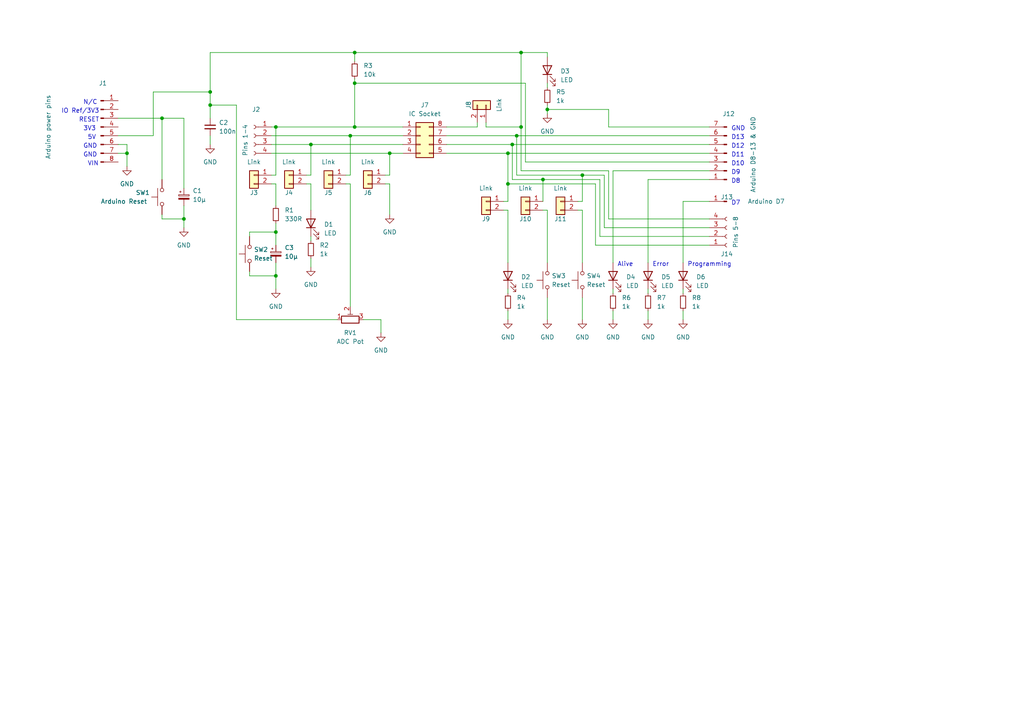
<source format=kicad_sch>
(kicad_sch (version 20211123) (generator eeschema)
  (paper "A4")
  (lib_symbols
    (symbol "Connector:Conn_01x01_Male" (pin_names (offset 1.016) hide)
      (property "Reference" "J" (at 0 2.54 0))
      (property "Value" "Conn_01x01_Male" (at 0 -2.54 0))
      (symbol "Conn_01x01_Male_1_1"
        (polyline (pts (xy 1.27 0) (xy 0.8636 0)) (stroke (width 0.1524)))
        (rectangle (start 0.8636 0.127) (end 0 -0.127) (stroke (width 0.1524)) (fill (type outline)))
        (pin passive line (at 5.08 0 180) (length 3.81) (name "Pin_1") (number "1"))
      )
    )
    (symbol "Connector:Conn_01x04_Female" (pin_names (offset 1.016) hide)
      (property "Reference" "J" (at 0 5.08 0))
      (property "Value" "Conn_01x04_Female" (at 0 -7.62 0))
      (symbol "Conn_01x04_Female_1_1"
        (arc (start 0 -4.572) (mid -0.508 -5.08) (end 0 -5.588) (stroke (width 0.1524)))
        (arc (start 0 -2.032) (mid -0.508 -2.54) (end 0 -3.048) (stroke (width 0.1524)))
        (polyline (pts (xy -1.27 -5.08) (xy -0.508 -5.08)) (stroke (width 0.1524)))
        (polyline (pts (xy -1.27 -2.54) (xy -0.508 -2.54)) (stroke (width 0.1524)))
        (polyline (pts (xy -1.27 0) (xy -0.508 0)) (stroke (width 0.1524)))
        (polyline (pts (xy -1.27 2.54) (xy -0.508 2.54)) (stroke (width 0.1524)))
        (arc (start 0 0.508) (mid -0.508 0) (end 0 -0.508) (stroke (width 0.1524)))
        (arc (start 0 3.048) (mid -0.508 2.54) (end 0 2.032) (stroke (width 0.1524)))
        (pin passive line (at -5.08 2.54 0) (length 3.81) (name "Pin_1") (number "1"))
        (pin passive line (at -5.08 0 0) (length 3.81) (name "Pin_2") (number "2"))
        (pin passive line (at -5.08 -2.54 0) (length 3.81) (name "Pin_3") (number "3"))
        (pin passive line (at -5.08 -5.08 0) (length 3.81) (name "Pin_4") (number "4"))
      )
    )
    (symbol "Connector:Conn_01x07_Male" (pin_names (offset 1.016) hide)
      (property "Reference" "J" (at 0 10.16 0))
      (property "Value" "Conn_01x07_Male" (at 0 -10.16 0))
      (symbol "Conn_01x07_Male_1_1"
        (polyline (pts (xy 1.27 -7.62) (xy 0.8636 -7.62)) (stroke (width 0.1524)))
        (polyline (pts (xy 1.27 -5.08) (xy 0.8636 -5.08)) (stroke (width 0.1524)))
        (polyline (pts (xy 1.27 -2.54) (xy 0.8636 -2.54)) (stroke (width 0.1524)))
        (polyline (pts (xy 1.27 0) (xy 0.8636 0)) (stroke (width 0.1524)))
        (polyline (pts (xy 1.27 2.54) (xy 0.8636 2.54)) (stroke (width 0.1524)))
        (polyline (pts (xy 1.27 5.08) (xy 0.8636 5.08)) (stroke (width 0.1524)))
        (polyline (pts (xy 1.27 7.62) (xy 0.8636 7.62)) (stroke (width 0.1524)))
        (rectangle (start 0.8636 -7.493) (end 0 -7.747) (stroke (width 0.1524)) (fill (type outline)))
        (rectangle (start 0.8636 -4.953) (end 0 -5.207) (stroke (width 0.1524)) (fill (type outline)))
        (rectangle (start 0.8636 -2.413) (end 0 -2.667) (stroke (width 0.1524)) (fill (type outline)))
        (rectangle (start 0.8636 0.127) (end 0 -0.127) (stroke (width 0.1524)) (fill (type outline)))
        (rectangle (start 0.8636 2.667) (end 0 2.413) (stroke (width 0.1524)) (fill (type outline)))
        (rectangle (start 0.8636 5.207) (end 0 4.953) (stroke (width 0.1524)) (fill (type outline)))
        (rectangle (start 0.8636 7.747) (end 0 7.493) (stroke (width 0.1524)) (fill (type outline)))
        (pin passive line (at 5.08 7.62 180) (length 3.81) (name "Pin_1") (number "1"))
        (pin passive line (at 5.08 5.08 180) (length 3.81) (name "Pin_2") (number "2"))
        (pin passive line (at 5.08 2.54 180) (length 3.81) (name "Pin_3") (number "3"))
        (pin passive line (at 5.08 0 180) (length 3.81) (name "Pin_4") (number "4"))
        (pin passive line (at 5.08 -2.54 180) (length 3.81) (name "Pin_5") (number "5"))
        (pin passive line (at 5.08 -5.08 180) (length 3.81) (name "Pin_6") (number "6"))
        (pin passive line (at 5.08 -7.62 180) (length 3.81) (name "Pin_7") (number "7"))
      )
    )
    (symbol "Connector:Conn_01x08_Male" (pin_names (offset 1.016) hide)
      (property "Reference" "J" (at 0 10.16 0))
      (property "Value" "Conn_01x08_Male" (at 0 -12.7 0))
      (symbol "Conn_01x08_Male_1_1"
        (polyline (pts (xy 1.27 -10.16) (xy 0.8636 -10.16)) (stroke (width 0.1524)))
        (polyline (pts (xy 1.27 -7.62) (xy 0.8636 -7.62)) (stroke (width 0.1524)))
        (polyline (pts (xy 1.27 -5.08) (xy 0.8636 -5.08)) (stroke (width 0.1524)))
        (polyline (pts (xy 1.27 -2.54) (xy 0.8636 -2.54)) (stroke (width 0.1524)))
        (polyline (pts (xy 1.27 0) (xy 0.8636 0)) (stroke (width 0.1524)))
        (polyline (pts (xy 1.27 2.54) (xy 0.8636 2.54)) (stroke (width 0.1524)))
        (polyline (pts (xy 1.27 5.08) (xy 0.8636 5.08)) (stroke (width 0.1524)))
        (polyline (pts (xy 1.27 7.62) (xy 0.8636 7.62)) (stroke (width 0.1524)))
        (rectangle (start 0.8636 -10.033) (end 0 -10.287) (stroke (width 0.1524)) (fill (type outline)))
        (rectangle (start 0.8636 -7.493) (end 0 -7.747) (stroke (width 0.1524)) (fill (type outline)))
        (rectangle (start 0.8636 -4.953) (end 0 -5.207) (stroke (width 0.1524)) (fill (type outline)))
        (rectangle (start 0.8636 -2.413) (end 0 -2.667) (stroke (width 0.1524)) (fill (type outline)))
        (rectangle (start 0.8636 0.127) (end 0 -0.127) (stroke (width 0.1524)) (fill (type outline)))
        (rectangle (start 0.8636 2.667) (end 0 2.413) (stroke (width 0.1524)) (fill (type outline)))
        (rectangle (start 0.8636 5.207) (end 0 4.953) (stroke (width 0.1524)) (fill (type outline)))
        (rectangle (start 0.8636 7.747) (end 0 7.493) (stroke (width 0.1524)) (fill (type outline)))
        (pin passive line (at 5.08 7.62 180) (length 3.81) (name "Pin_1") (number "1"))
        (pin passive line (at 5.08 5.08 180) (length 3.81) (name "Pin_2") (number "2"))
        (pin passive line (at 5.08 2.54 180) (length 3.81) (name "Pin_3") (number "3"))
        (pin passive line (at 5.08 0 180) (length 3.81) (name "Pin_4") (number "4"))
        (pin passive line (at 5.08 -2.54 180) (length 3.81) (name "Pin_5") (number "5"))
        (pin passive line (at 5.08 -5.08 180) (length 3.81) (name "Pin_6") (number "6"))
        (pin passive line (at 5.08 -7.62 180) (length 3.81) (name "Pin_7") (number "7"))
        (pin passive line (at 5.08 -10.16 180) (length 3.81) (name "Pin_8") (number "8"))
      )
    )
    (symbol "Connector_Generic:Conn_01x02" (pin_names (offset 1.016) hide)
      (property "Reference" "J" (at 0 2.54 0))
      (property "Value" "Conn_01x02" (at 0 -5.08 0))
      (symbol "Conn_01x02_1_1"
        (rectangle (start -1.27 -2.413) (end 0 -2.667) (stroke (width 0.1524)))
        (rectangle (start -1.27 0.127) (end 0 -0.127) (stroke (width 0.1524)))
        (rectangle (start -1.27 1.27) (end 1.27 -3.81) (stroke (width 0.254)) (fill (type background)))
        (pin passive line (at -5.08 0 0) (length 3.81) (name "Pin_1") (number "1"))
        (pin passive line (at -5.08 -2.54 0) (length 3.81) (name "Pin_2") (number "2"))
      )
    )
    (symbol "Connector_Generic:Conn_02x04_Counter_Clockwise" (pin_names (offset 1.016) hide)
      (property "Reference" "J" (at 1.27 5.08 0))
      (property "Value" "Conn_02x04_Counter_Clockwise" (at 1.27 -7.62 0))
      (symbol "Conn_02x04_Counter_Clockwise_1_1"
        (rectangle (start -1.27 -4.953) (end 0 -5.207) (stroke (width 0.1524)))
        (rectangle (start -1.27 -2.413) (end 0 -2.667) (stroke (width 0.1524)))
        (rectangle (start -1.27 0.127) (end 0 -0.127) (stroke (width 0.1524)))
        (rectangle (start -1.27 2.667) (end 0 2.413) (stroke (width 0.1524)))
        (rectangle (start -1.27 3.81) (end 3.81 -6.35) (stroke (width 0.254)) (fill (type background)))
        (rectangle (start 3.81 -4.953) (end 2.54 -5.207) (stroke (width 0.1524)))
        (rectangle (start 3.81 -2.413) (end 2.54 -2.667) (stroke (width 0.1524)))
        (rectangle (start 3.81 0.127) (end 2.54 -0.127) (stroke (width 0.1524)))
        (rectangle (start 3.81 2.667) (end 2.54 2.413) (stroke (width 0.1524)))
        (pin passive line (at -5.08 2.54 0) (length 3.81) (name "Pin_1") (number "1"))
        (pin passive line (at -5.08 0 0) (length 3.81) (name "Pin_2") (number "2"))
        (pin passive line (at -5.08 -2.54 0) (length 3.81) (name "Pin_3") (number "3"))
        (pin passive line (at -5.08 -5.08 0) (length 3.81) (name "Pin_4") (number "4"))
        (pin passive line (at 7.62 -5.08 180) (length 3.81) (name "Pin_5") (number "5"))
        (pin passive line (at 7.62 -2.54 180) (length 3.81) (name "Pin_6") (number "6"))
        (pin passive line (at 7.62 0 180) (length 3.81) (name "Pin_7") (number "7"))
        (pin passive line (at 7.62 2.54 180) (length 3.81) (name "Pin_8") (number "8"))
      )
    )
    (symbol "Device:C_Polarized_Small" (pin_numbers hide) (pin_names (offset 0.254) hide)
      (property "Reference" "C" (at 0.254 1.778 0))
      (property "Value" "C_Polarized_Small" (at 0.254 -2.032 0))
      (symbol "C_Polarized_Small_0_1"
        (rectangle (start -1.524 -0.3048) (end 1.524 -0.6858) (fill (type outline)))
        (rectangle (start -1.524 0.6858) (end 1.524 0.3048))
        (polyline (pts (xy -1.27 1.524) (xy -0.762 1.524)))
        (polyline (pts (xy -1.016 1.27) (xy -1.016 1.778)))
      )
      (symbol "C_Polarized_Small_1_1"
        (pin passive line (at 0 2.54 270) (length 1.8542) (name "~") (number "1"))
        (pin passive line (at 0 -2.54 90) (length 1.8542) (name "~") (number "2"))
      )
    )
    (symbol "Device:C_Small" (pin_numbers hide) (pin_names (offset 0.254) hide)
      (property "Reference" "C" (at 0.254 1.778 0))
      (property "Value" "C_Small" (at 0.254 -2.032 0))
      (symbol "C_Small_0_1"
        (polyline (pts (xy -1.524 -0.508) (xy 1.524 -0.508)) (stroke (width 0.3302)))
        (polyline (pts (xy -1.524 0.508) (xy 1.524 0.508)) (stroke (width 0.3048)))
      )
      (symbol "C_Small_1_1"
        (pin passive line (at 0 2.54 270) (length 2.032) (name "~") (number "1"))
        (pin passive line (at 0 -2.54 90) (length 2.032) (name "~") (number "2"))
      )
    )
    (symbol "Device:LED" (pin_numbers hide) (pin_names (offset 1.016) hide)
      (property "Reference" "D" (at 0 2.54 0))
      (property "Value" "LED" (at 0 -2.54 0))
      (symbol "LED_0_1"
        (polyline (pts (xy -1.27 -1.27) (xy -1.27 1.27)) (stroke (width 0.254)))
        (polyline (pts (xy -1.27 0) (xy 1.27 0)))
        (polyline (pts (xy 1.27 -1.27) (xy 1.27 1.27) (xy -1.27 0) (xy 1.27 -1.27)) (stroke (width 0.254)))
        (polyline (pts (xy -3.048 -0.762) (xy -4.572 -2.286) (xy -3.81 -2.286) (xy -4.572 -2.286) (xy -4.572 -1.524)))
        (polyline (pts (xy -1.778 -0.762) (xy -3.302 -2.286) (xy -2.54 -2.286) (xy -3.302 -2.286) (xy -3.302 -1.524)))
      )
      (symbol "LED_1_1"
        (pin passive line (at -3.81 0 0) (length 2.54) (name "K") (number "1"))
        (pin passive line (at 3.81 0 180) (length 2.54) (name "A") (number "2"))
      )
    )
    (symbol "Device:R_Potentiometer_Trim" (pin_names (offset 1.016) hide)
      (property "Reference" "RV" (at -4.445 0 90))
      (property "Value" "R_Potentiometer_Trim" (at -2.54 0 90))
      (symbol "R_Potentiometer_Trim_0_1"
        (polyline (pts (xy 1.524 0.762) (xy 1.524 -0.762)))
        (polyline (pts (xy 2.54 0) (xy 1.524 0)))
        (rectangle (start 1.016 2.54) (end -1.016 -2.54) (stroke (width 0.254)))
      )
      (symbol "R_Potentiometer_Trim_1_1"
        (pin passive line (at 0 3.81 270) (length 1.27) (name "1") (number "1"))
        (pin passive line (at 3.81 0 180) (length 1.27) (name "2") (number "2"))
        (pin passive line (at 0 -3.81 90) (length 1.27) (name "3") (number "3"))
      )
    )
    (symbol "Device:R_Small" (pin_numbers hide) (pin_names (offset 0.254) hide)
      (property "Reference" "R" (at 0.762 0.508 0))
      (property "Value" "R_Small" (at 0.762 -1.016 0))
      (symbol "R_Small_0_1"
        (rectangle (start -0.762 1.778) (end 0.762 -1.778) (stroke (width 0.2032)))
      )
      (symbol "R_Small_1_1"
        (pin passive line (at 0 2.54 270) (length 0.762) (name "~") (number "1"))
        (pin passive line (at 0 -2.54 90) (length 0.762) (name "~") (number "2"))
      )
    )
    (symbol "Switch:SW_Push" (pin_numbers hide) (pin_names (offset 1.016) hide)
      (property "Reference" "SW" (at 1.27 2.54 0))
      (property "Value" "SW_Push" (at 0 -1.524 0))
      (symbol "SW_Push_0_1"
        (circle (center -2.032 0) (radius 0.508))
        (polyline (pts (xy 0 1.27) (xy 0 3.048)))
        (polyline (pts (xy 2.54 1.27) (xy -2.54 1.27)))
        (circle (center 2.032 0) (radius 0.508))
        (pin passive line (at -5.08 0 0) (length 2.54) (name "1") (number "1"))
        (pin passive line (at 5.08 0 180) (length 2.54) (name "2") (number "2"))
      )
    )
    (symbol "power:GND" (power) (pin_names (offset 0))
      (property "Value" "GND" (at 0 -3.81 0))
      (symbol "GND_0_1"
        (polyline (pts (xy 0 0) (xy 0 -1.27) (xy 1.27 -1.27) (xy 0 -2.54) (xy -1.27 -1.27) (xy 0 -1.27)))
      )
      (symbol "GND_1_1"
        (pin power_in line (at 0 0 270) (length 0) hide (name "GND") (number "1"))
      )
    )
  )
  (junction (at 151.13 36.83))
  (junction (at 102.87 24.13))
  (junction (at 148.59 41.91))
  (junction (at 102.87 36.83))
  (junction (at 149.86 39.37))
  (junction (at 158.75 31.75))
  (junction (at 147.32 53.34))
  (junction (at 80.01 80.01))
  (junction (at 60.96 26.67))
  (junction (at 113.03 44.45))
  (junction (at 90.17 41.91))
  (junction (at 147.32 44.45))
  (junction (at 80.01 36.83))
  (junction (at 46.99 34.29))
  (junction (at 53.34 63.5))
  (junction (at 80.01 67.31))
  (junction (at 151.13 15.24))
  (junction (at 157.48 52.07))
  (junction (at 101.6 39.37))
  (junction (at 168.91 50.8))
  (junction (at 102.87 15.24))
  (junction (at 60.96 30.48))
  (junction (at 36.83 44.45))
  (wire (pts (xy 102.87 15.24) (xy 102.87 17.78)))
  (wire (pts (xy 151.13 15.24) (xy 151.13 36.83)))
  (wire (pts (xy 148.59 41.91) (xy 148.59 52.07)))
  (wire (pts (xy 60.96 15.24) (xy 60.96 26.67)))
  (wire (pts (xy 53.34 59.69) (xy 53.34 63.5)))
  (wire (pts (xy 151.13 49.53) (xy 176.53 49.53)))
  (wire (pts (xy 149.86 50.8) (xy 149.86 39.37)))
  (wire (pts (xy 102.87 24.13) (xy 152.4 24.13)))
  (wire (pts (xy 205.74 58.42) (xy 198.12 58.42)))
  (wire (pts (xy 68.58 30.48) (xy 60.96 30.48)))
  (wire (pts (xy 101.6 53.34) (xy 101.6 88.9)))
  (wire (pts (xy 147.32 53.34) (xy 172.72 53.34)))
  (wire (pts (xy 140.97 35.56) (xy 140.97 36.83)))
  (wire (pts (xy 129.54 44.45) (xy 147.32 44.45)))
  (wire (pts (xy 152.4 24.13) (xy 152.4 46.99)))
  (wire (pts (xy 105.41 92.71) (xy 110.49 92.71)))
  (wire (pts (xy 151.13 15.24) (xy 158.75 15.24)))
  (wire (pts (xy 187.96 83.82) (xy 187.96 85.09)))
  (wire (pts (xy 36.83 44.45) (xy 36.83 48.26)))
  (wire (pts (xy 90.17 60.96) (xy 90.17 53.34)))
  (wire (pts (xy 90.17 41.91) (xy 116.84 41.91)))
  (wire (pts (xy 78.74 53.34) (xy 80.01 53.34)))
  (wire (pts (xy 158.75 60.96) (xy 157.48 60.96)))
  (wire (pts (xy 149.86 50.8) (xy 168.91 50.8)))
  (wire (pts (xy 80.01 76.2) (xy 80.01 80.01)))
  (wire (pts (xy 60.96 39.37) (xy 60.96 41.91)))
  (wire (pts (xy 158.75 24.13) (xy 158.75 25.4)))
  (wire (pts (xy 80.01 80.01) (xy 72.39 80.01)))
  (wire (pts (xy 187.96 90.17) (xy 187.96 92.71)))
  (wire (pts (xy 80.01 67.31) (xy 80.01 71.12)))
  (wire (pts (xy 140.97 36.83) (xy 151.13 36.83)))
  (wire (pts (xy 36.83 41.91) (xy 36.83 44.45)))
  (wire (pts (xy 172.72 71.12) (xy 205.74 71.12)))
  (wire (pts (xy 158.75 86.36) (xy 158.75 92.71)))
  (wire (pts (xy 129.54 36.83) (xy 138.43 36.83)))
  (wire (pts (xy 177.8 49.53) (xy 177.8 76.2)))
  (wire (pts (xy 101.6 50.8) (xy 101.6 39.37)))
  (wire (pts (xy 152.4 46.99) (xy 205.74 46.99)))
  (wire (pts (xy 90.17 74.93) (xy 90.17 77.47)))
  (wire (pts (xy 72.39 67.31) (xy 80.01 67.31)))
  (wire (pts (xy 46.99 34.29) (xy 46.99 52.07)))
  (wire (pts (xy 147.32 92.71) (xy 147.32 90.17)))
  (wire (pts (xy 149.86 39.37) (xy 205.74 39.37)))
  (wire (pts (xy 147.32 53.34) (xy 147.32 44.45)))
  (wire (pts (xy 175.26 50.8) (xy 175.26 66.04)))
  (wire (pts (xy 158.75 76.2) (xy 158.75 60.96)))
  (wire (pts (xy 198.12 58.42) (xy 198.12 76.2)))
  (wire (pts (xy 80.01 80.01) (xy 80.01 83.82)))
  (wire (pts (xy 205.74 49.53) (xy 177.8 49.53)))
  (wire (pts (xy 80.01 53.34) (xy 80.01 59.69)))
  (wire (pts (xy 111.76 50.8) (xy 113.03 50.8)))
  (wire (pts (xy 102.87 36.83) (xy 116.84 36.83)))
  (wire (pts (xy 102.87 22.86) (xy 102.87 24.13)))
  (wire (pts (xy 147.32 58.42) (xy 146.05 58.42)))
  (wire (pts (xy 101.6 39.37) (xy 116.84 39.37)))
  (wire (pts (xy 60.96 26.67) (xy 60.96 30.48)))
  (wire (pts (xy 102.87 15.24) (xy 151.13 15.24)))
  (wire (pts (xy 187.96 52.07) (xy 187.96 76.2)))
  (wire (pts (xy 34.29 44.45) (xy 36.83 44.45)))
  (wire (pts (xy 113.03 62.23) (xy 113.03 53.34)))
  (wire (pts (xy 173.99 52.07) (xy 173.99 68.58)))
  (wire (pts (xy 148.59 52.07) (xy 157.48 52.07)))
  (wire (pts (xy 44.45 39.37) (xy 34.29 39.37)))
  (wire (pts (xy 168.91 86.36) (xy 168.91 92.71)))
  (wire (pts (xy 177.8 90.17) (xy 177.8 92.71)))
  (wire (pts (xy 176.53 31.75) (xy 176.53 36.83)))
  (wire (pts (xy 113.03 50.8) (xy 113.03 44.45)))
  (wire (pts (xy 151.13 36.83) (xy 151.13 49.53)))
  (wire (pts (xy 168.91 60.96) (xy 167.64 60.96)))
  (wire (pts (xy 147.32 83.82) (xy 147.32 85.09)))
  (wire (pts (xy 177.8 83.82) (xy 177.8 85.09)))
  (wire (pts (xy 80.01 64.77) (xy 80.01 67.31)))
  (wire (pts (xy 175.26 66.04) (xy 205.74 66.04)))
  (wire (pts (xy 168.91 58.42) (xy 168.91 50.8)))
  (wire (pts (xy 157.48 52.07) (xy 173.99 52.07)))
  (wire (pts (xy 157.48 52.07) (xy 157.48 58.42)))
  (wire (pts (xy 53.34 63.5) (xy 53.34 66.04)))
  (wire (pts (xy 46.99 34.29) (xy 53.34 34.29)))
  (wire (pts (xy 90.17 68.58) (xy 90.17 69.85)))
  (wire (pts (xy 205.74 63.5) (xy 176.53 63.5)))
  (wire (pts (xy 172.72 53.34) (xy 172.72 71.12)))
  (wire (pts (xy 129.54 39.37) (xy 149.86 39.37)))
  (wire (pts (xy 168.91 50.8) (xy 175.26 50.8)))
  (wire (pts (xy 198.12 90.17) (xy 198.12 92.71)))
  (wire (pts (xy 147.32 53.34) (xy 147.32 58.42)))
  (wire (pts (xy 147.32 60.96) (xy 147.32 76.2)))
  (wire (pts (xy 147.32 44.45) (xy 205.74 44.45)))
  (wire (pts (xy 113.03 44.45) (xy 116.84 44.45)))
  (wire (pts (xy 102.87 24.13) (xy 102.87 36.83)))
  (wire (pts (xy 68.58 92.71) (xy 97.79 92.71)))
  (wire (pts (xy 53.34 34.29) (xy 53.34 54.61)))
  (wire (pts (xy 78.74 44.45) (xy 113.03 44.45)))
  (wire (pts (xy 78.74 41.91) (xy 90.17 41.91)))
  (wire (pts (xy 110.49 92.71) (xy 110.49 96.52)))
  (wire (pts (xy 80.01 36.83) (xy 80.01 50.8)))
  (wire (pts (xy 100.33 53.34) (xy 101.6 53.34)))
  (wire (pts (xy 158.75 31.75) (xy 176.53 31.75)))
  (wire (pts (xy 90.17 50.8) (xy 90.17 41.91)))
  (wire (pts (xy 46.99 62.23) (xy 46.99 63.5)))
  (wire (pts (xy 198.12 83.82) (xy 198.12 85.09)))
  (wire (pts (xy 78.74 36.83) (xy 80.01 36.83)))
  (wire (pts (xy 168.91 76.2) (xy 168.91 60.96)))
  (wire (pts (xy 78.74 39.37) (xy 101.6 39.37)))
  (wire (pts (xy 46.99 63.5) (xy 53.34 63.5)))
  (wire (pts (xy 44.45 26.67) (xy 44.45 39.37)))
  (wire (pts (xy 138.43 36.83) (xy 138.43 35.56)))
  (wire (pts (xy 60.96 30.48) (xy 60.96 34.29)))
  (wire (pts (xy 176.53 36.83) (xy 205.74 36.83)))
  (wire (pts (xy 167.64 58.42) (xy 168.91 58.42)))
  (wire (pts (xy 68.58 30.48) (xy 68.58 92.71)))
  (wire (pts (xy 88.9 50.8) (xy 90.17 50.8)))
  (wire (pts (xy 78.74 50.8) (xy 80.01 50.8)))
  (wire (pts (xy 148.59 41.91) (xy 205.74 41.91)))
  (wire (pts (xy 113.03 53.34) (xy 111.76 53.34)))
  (wire (pts (xy 34.29 34.29) (xy 46.99 34.29)))
  (wire (pts (xy 129.54 41.91) (xy 148.59 41.91)))
  (wire (pts (xy 158.75 15.24) (xy 158.75 16.51)))
  (wire (pts (xy 205.74 68.58) (xy 173.99 68.58)))
  (wire (pts (xy 72.39 68.58) (xy 72.39 67.31)))
  (wire (pts (xy 100.33 50.8) (xy 101.6 50.8)))
  (wire (pts (xy 72.39 80.01) (xy 72.39 78.74)))
  (wire (pts (xy 146.05 60.96) (xy 147.32 60.96)))
  (wire (pts (xy 60.96 15.24) (xy 102.87 15.24)))
  (wire (pts (xy 34.29 41.91) (xy 36.83 41.91)))
  (wire (pts (xy 176.53 49.53) (xy 176.53 63.5)))
  (wire (pts (xy 90.17 53.34) (xy 88.9 53.34)))
  (wire (pts (xy 158.75 31.75) (xy 158.75 33.02)))
  (wire (pts (xy 44.45 26.67) (xy 60.96 26.67)))
  (wire (pts (xy 205.74 52.07) (xy 187.96 52.07)))
  (wire (pts (xy 80.01 36.83) (xy 102.87 36.83)))
  (wire (pts (xy 158.75 30.48) (xy 158.75 31.75)))
  (text "VIN" (at 25.4 48.26 0) (effects (font (size 1.27 1.27)) (justify left bottom)))
  (text "5V" (at 25.4 40.64 0) (effects (font (size 1.27 1.27)) (justify left bottom)))
  (text "N/C" (at 24.13 30.48 0) (effects (font (size 1.27 1.27)) (justify left bottom)))
  (text "D13" (at 212.09 40.64 0) (effects (font (size 1.27 1.27)) (justify left bottom)))
  (text "GND" (at 24.13 45.72 0) (effects (font (size 1.27 1.27)) (justify left bottom)))
  (text "D10" (at 212.09 48.26 0) (effects (font (size 1.27 1.27)) (justify left bottom)))
  (text "D9" (at 212.09 50.8 0) (effects (font (size 1.27 1.27)) (justify left bottom)))
  (text "Programming" (at 199.39 77.47 0) (effects (font (size 1.27 1.27)) (justify left bottom)))
  (text "GND" (at 24.13 43.18 0) (effects (font (size 1.27 1.27)) (justify left bottom)))
  (text "D7" (at 212.09 59.69 0) (effects (font (size 1.27 1.27)) (justify left bottom)))
  (text "RESET" (at 22.86 35.56 0) (effects (font (size 1.27 1.27)) (justify left bottom)))
  (text "D12" (at 212.09 43.18 0) (effects (font (size 1.27 1.27)) (justify left bottom)))
  (text "Error" (at 189.23 77.47 0) (effects (font (size 1.27 1.27)) (justify left bottom)))
  (text "GND" (at 212.09 38.1 0) (effects (font (size 1.27 1.27)) (justify left bottom)))
  (text "Alive" (at 179.07 77.47 0) (effects (font (size 1.27 1.27)) (justify left bottom)))
  (text "3V3" (at 24.13 38.1 0) (effects (font (size 1.27 1.27)) (justify left bottom)))
  (text "D8" (at 212.09 53.34 0) (effects (font (size 1.27 1.27)) (justify left bottom)))
  (text "D11" (at 212.09 45.72 0) (effects (font (size 1.27 1.27)) (justify left bottom)))
  (text "IO Ref/3V3" (at 17.78 33.02 0) (effects (font (size 1.27 1.27)) (justify left bottom)))
  (symbol (lib_id "Switch:SW_Push") (at 72.39 73.66 90) (unit 1)
    (property "Reference" "SW2" (at 73.66 72.3899 90) (effects (justify right)))
    (property "Value" "Reset" (at 73.66 74.9299 90) (effects (justify right)))
  )
  (symbol (lib_id "Connector_Generic:Conn_01x02") (at 95.25 50.8 0) (mirror y) (unit 1)
    (property "Reference" "J5" (at 95.25 55.88 0))
    (property "Value" "Link" (at 95.25 46.99 0))
  )
  (symbol (lib_id "power:GND") (at 53.34 66.04 0) (unit 1)
    (property "Reference" "#PWR02" (effects hide))
    (property "Value" "GND" (at 53.34 71.12 0))
  )
  (symbol (lib_id "Connector_Generic:Conn_01x02") (at 83.82 50.8 0) (mirror y) (unit 1)
    (property "Reference" "J4" (at 83.82 55.88 0))
    (property "Value" "Link" (at 83.82 46.99 0))
  )
  (symbol (lib_id "Device:LED") (at 147.32 80.01 90) (unit 1)
    (property "Reference" "D2" (at 151.13 80.3274 90) (effects (justify right)))
    (property "Value" "LED" (at 151.13 82.8674 90) (effects (justify right)))
  )
  (symbol (lib_id "Device:R_Small") (at 158.75 27.94 0) (unit 1)
    (property "Reference" "R5" (at 161.29 26.6699 0) (effects (justify left)))
    (property "Value" "1k" (at 161.29 29.2099 0) (effects (justify left)))
  )
  (symbol (lib_id "power:GND") (at 187.96 92.71 0) (unit 1)
    (property "Reference" "#PWR013" (effects hide))
    (property "Value" "GND" (at 187.96 97.79 0))
  )
  (symbol (lib_id "Connector_Generic:Conn_01x02") (at 106.68 50.8 0) (mirror y) (unit 1)
    (property "Reference" "J6" (at 106.68 55.88 0))
    (property "Value" "Link" (at 106.68 46.99 0))
  )
  (symbol (lib_id "power:GND") (at 158.75 92.71 0) (unit 1)
    (property "Reference" "#PWR010" (effects hide))
    (property "Value" "GND" (at 158.75 97.79 0))
  )
  (symbol (lib_id "Device:LED") (at 90.17 64.77 90) (unit 1)
    (property "Reference" "D1" (at 93.98 65.0874 90) (effects (justify right)))
    (property "Value" "LED" (at 93.98 67.6274 90) (effects (justify right)))
  )
  (symbol (lib_id "power:GND") (at 80.01 83.82 0) (unit 1)
    (property "Reference" "#PWR04" (effects hide))
    (property "Value" "GND" (at 80.01 88.9 0))
  )
  (symbol (lib_id "power:GND") (at 177.8 92.71 0) (unit 1)
    (property "Reference" "#PWR012" (effects hide))
    (property "Value" "GND" (at 177.8 97.79 0))
  )
  (symbol (lib_id "Connector:Conn_01x07_Male") (at 210.82 44.45 180) (unit 1)
    (property "Reference" "J12" (at 209.55 33.02 0) (effects (justify right)))
    (property "Value" "Arduino D8-13 & GND" (at 218.44 55.88 90) (effects (justify right)))
  )
  (symbol (lib_id "Device:LED") (at 187.96 80.01 90) (unit 1)
    (property "Reference" "D5" (at 191.77 80.3274 90) (effects (justify right)))
    (property "Value" "LED" (at 191.77 82.8674 90) (effects (justify right)))
  )
  (symbol (lib_id "Connector:Conn_01x08_Male") (at 29.21 36.83 0) (unit 1)
    (property "Reference" "J1" (at 29.845 24.13 0))
    (property "Value" "Arduino power pins" (at 13.97 36.83 90))
  )
  (symbol (lib_id "Connector_Generic:Conn_01x02") (at 140.97 30.48 270) (mirror x) (unit 1)
    (property "Reference" "J8" (at 135.89 30.48 0))
    (property "Value" "Link" (at 144.78 30.48 0))
  )
  (symbol (lib_id "Device:C_Polarized_Small") (at 80.01 73.66 0) (unit 1)
    (property "Reference" "C3" (at 82.55 71.8438 0) (effects (justify left)))
    (property "Value" "10µ" (at 82.55 74.3838 0) (effects (justify left)))
  )
  (symbol (lib_id "power:GND") (at 147.32 92.71 0) (unit 1)
    (property "Reference" "#PWR08" (effects hide))
    (property "Value" "GND" (at 147.32 97.79 0))
  )
  (symbol (lib_id "power:GND") (at 110.49 96.52 0) (unit 1)
    (property "Reference" "#PWR06" (effects hide))
    (property "Value" "GND" (at 110.49 101.6 0))
  )
  (symbol (lib_id "Device:LED") (at 198.12 80.01 90) (unit 1)
    (property "Reference" "D6" (at 201.93 80.3274 90) (effects (justify right)))
    (property "Value" "LED" (at 201.93 82.8674 90) (effects (justify right)))
  )
  (symbol (lib_id "Connector:Conn_01x01_Male") (at 210.82 58.42 0) (mirror y) (unit 1)
    (property "Reference" "J13" (at 210.82 57.15 0))
    (property "Value" "Arduino D7" (at 222.25 58.42 0))
  )
  (symbol (lib_id "power:GND") (at 198.12 92.71 0) (unit 1)
    (property "Reference" "#PWR014" (effects hide))
    (property "Value" "GND" (at 198.12 97.79 0))
  )
  (symbol (lib_id "Device:R_Small") (at 198.12 87.63 0) (unit 1)
    (property "Reference" "R8" (at 200.66 86.3599 0) (effects (justify left)))
    (property "Value" "1k" (at 200.66 88.8999 0) (effects (justify left)))
  )
  (symbol (lib_id "Connector_Generic:Conn_02x04_Counter_Clockwise") (at 121.92 39.37 0) (unit 1)
    (property "Reference" "J7" (at 123.19 30.48 0))
    (property "Value" "IC Socket" (at 123.19 33.02 0))
  )
  (symbol (lib_id "Connector_Generic:Conn_01x02") (at 152.4 58.42 0) (mirror y) (unit 1)
    (property "Reference" "J10" (at 152.4 63.5 0))
    (property "Value" "Link" (at 152.4 54.61 0))
  )
  (symbol (lib_id "Switch:SW_Push") (at 46.99 57.15 90) (unit 1)
    (property "Reference" "SW1" (at 39.37 55.88 90) (effects (justify right)))
    (property "Value" "Arduino Reset" (at 29.21 58.42 90) (effects (justify right)))
  )
  (symbol (lib_id "Device:R_Small") (at 187.96 87.63 0) (unit 1)
    (property "Reference" "R7" (at 190.5 86.3599 0) (effects (justify left)))
    (property "Value" "1k" (at 190.5 88.8999 0) (effects (justify left)))
  )
  (symbol (lib_id "power:GND") (at 168.91 92.71 0) (unit 1)
    (property "Reference" "#PWR011" (effects hide))
    (property "Value" "GND" (at 168.91 97.79 0))
  )
  (symbol (lib_id "Device:R_Small") (at 147.32 87.63 0) (unit 1)
    (property "Reference" "R4" (at 149.86 86.3599 0) (effects (justify left)))
    (property "Value" "1k" (at 149.86 88.8999 0) (effects (justify left)))
  )
  (symbol (lib_id "Connector_Generic:Conn_01x02") (at 73.66 50.8 0) (mirror y) (unit 1)
    (property "Reference" "J3" (at 73.66 55.88 0))
    (property "Value" "Link" (at 73.66 46.99 0))
  )
  (symbol (lib_id "Switch:SW_Push") (at 158.75 81.28 90) (unit 1)
    (property "Reference" "SW3" (at 160.02 80.0099 90) (effects (justify right)))
    (property "Value" "Reset" (at 160.02 82.5499 90) (effects (justify right)))
  )
  (symbol (lib_id "power:GND") (at 158.75 33.02 0) (unit 1)
    (property "Reference" "#PWR09" (effects hide))
    (property "Value" "GND" (at 158.75 38.1 0))
  )
  (symbol (lib_id "Device:LED") (at 177.8 80.01 90) (unit 1)
    (property "Reference" "D4" (at 181.61 80.3274 90) (effects (justify right)))
    (property "Value" "LED" (at 181.61 82.8674 90) (effects (justify right)))
  )
  (symbol (lib_id "Device:R_Small") (at 102.87 20.32 0) (unit 1)
    (property "Reference" "R3" (at 105.41 19.0499 0) (effects (justify left)))
    (property "Value" "10k" (at 105.41 21.5899 0) (effects (justify left)))
  )
  (symbol (lib_id "power:GND") (at 113.03 62.23 0) (unit 1)
    (property "Reference" "#PWR07" (effects hide))
    (property "Value" "GND" (at 113.03 67.31 0))
  )
  (symbol (lib_id "Connector_Generic:Conn_01x02") (at 162.56 58.42 0) (mirror y) (unit 1)
    (property "Reference" "J11" (at 162.56 63.5 0))
    (property "Value" "Link" (at 162.56 54.61 0))
  )
  (symbol (lib_id "Device:R_Small") (at 80.01 62.23 0) (unit 1)
    (property "Reference" "R1" (at 82.55 60.9599 0) (effects (justify left)))
    (property "Value" "330R" (at 82.55 63.4999 0) (effects (justify left)))
  )
  (symbol (lib_id "power:GND") (at 60.96 41.91 0) (unit 1)
    (property "Reference" "#PWR03" (effects hide))
    (property "Value" "GND" (at 60.96 46.99 0))
  )
  (symbol (lib_id "Device:R_Potentiometer_Trim") (at 101.6 92.71 90) (unit 1)
    (property "Reference" "RV1" (at 101.6 96.52 90))
    (property "Value" "ADC Pot" (at 101.6 99.06 90))
  )
  (symbol (lib_id "power:GND") (at 90.17 77.47 0) (unit 1)
    (property "Reference" "#PWR05" (effects hide))
    (property "Value" "GND" (at 90.17 82.55 0))
  )
  (symbol (lib_id "Connector:Conn_01x04_Female") (at 210.82 68.58 0) (mirror x) (unit 1)
    (property "Reference" "J14" (at 210.82 73.66 0))
    (property "Value" "Pins 5-8" (at 213.36 67.31 90))
  )
  (symbol (lib_id "power:GND") (at 36.83 48.26 0) (unit 1)
    (property "Reference" "#PWR01" (effects hide))
    (property "Value" "GND" (at 36.83 53.34 0))
  )
  (symbol (lib_id "Device:LED") (at 158.75 20.32 90) (unit 1)
    (property "Reference" "D3" (at 162.56 20.6374 90) (effects (justify right)))
    (property "Value" "LED" (at 162.56 23.1774 90) (effects (justify right)))
  )
  (symbol (lib_id "Connector:Conn_01x04_Female") (at 73.66 39.37 0) (mirror y) (unit 1)
    (property "Reference" "J2" (at 74.295 31.75 0))
    (property "Value" "Pins 1-4" (at 71.12 40.64 90))
  )
  (symbol (lib_id "Device:C_Small") (at 60.96 36.83 0) (unit 1)
    (property "Reference" "C2" (at 63.5 35.5662 0) (effects (justify left)))
    (property "Value" "100n" (at 63.5 38.1062 0) (effects (justify left)))
  )
  (symbol (lib_id "Switch:SW_Push") (at 168.91 81.28 90) (unit 1)
    (property "Reference" "SW4" (at 170.18 80.0099 90) (effects (justify right)))
    (property "Value" "Reset" (at 170.18 82.5499 90) (effects (justify right)))
  )
  (symbol (lib_id "Device:R_Small") (at 177.8 87.63 0) (unit 1)
    (property "Reference" "R6" (at 180.34 86.3599 0) (effects (justify left)))
    (property "Value" "1k" (at 180.34 88.8999 0) (effects (justify left)))
  )
  (symbol (lib_id "Device:C_Polarized_Small") (at 53.34 57.15 0) (unit 1)
    (property "Reference" "C1" (at 55.88 55.3338 0) (effects (justify left)))
    (property "Value" "10µ" (at 55.88 57.8738 0) (effects (justify left)))
  )
  (symbol (lib_id "Device:R_Small") (at 90.17 72.39 0) (unit 1)
    (property "Reference" "R2" (at 92.71 71.1199 0) (effects (justify left)))
    (property "Value" "1k" (at 92.71 73.6599 0) (effects (justify left)))
  )
  (symbol (lib_id "Connector_Generic:Conn_01x02") (at 140.97 58.42 0) (mirror y) (unit 1)
    (property "Reference" "J9" (at 140.97 63.5 0))
    (property "Value" "Link" (at 140.97 54.61 0))
  )
)
</source>
